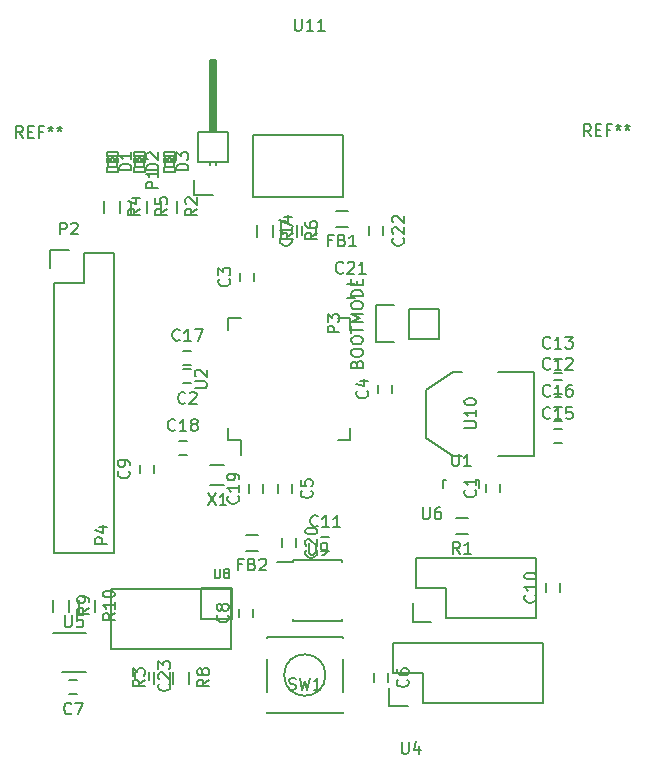
<source format=gbr>
G04 #@! TF.FileFunction,Legend,Top*
%FSLAX46Y46*%
G04 Gerber Fmt 4.6, Leading zero omitted, Abs format (unit mm)*
G04 Created by KiCad (PCBNEW (2015-05-09 BZR 5648)-product) date tir 21 jul 2015 13:28:29 CEST*
%MOMM*%
G01*
G04 APERTURE LIST*
%ADD10C,0.100000*%
%ADD11C,0.150000*%
%ADD12C,0.160000*%
G04 APERTURE END LIST*
D10*
D11*
X140927000Y-99660000D02*
X140927000Y-99805000D01*
X145077000Y-99660000D02*
X145077000Y-99805000D01*
X145077000Y-104810000D02*
X145077000Y-104665000D01*
X140927000Y-104810000D02*
X140927000Y-104665000D01*
X140927000Y-99660000D02*
X145077000Y-99660000D01*
X140927000Y-104810000D02*
X145077000Y-104810000D01*
X140927000Y-99805000D02*
X139527000Y-99805000D01*
X120650000Y-76200000D02*
X120650000Y-99060000D01*
X120650000Y-99060000D02*
X125730000Y-99060000D01*
X125730000Y-99060000D02*
X125730000Y-73660000D01*
X125730000Y-73660000D02*
X123190000Y-73660000D01*
X121920000Y-73380000D02*
X120370000Y-73380000D01*
X123190000Y-73660000D02*
X123190000Y-76200000D01*
X123190000Y-76200000D02*
X120650000Y-76200000D01*
X120370000Y-73380000D02*
X120370000Y-74930000D01*
X126052580Y-65463420D02*
X125153420Y-65463420D01*
X125153420Y-65463420D02*
X125153420Y-65064640D01*
X126052580Y-65064640D02*
X125153420Y-65064640D01*
X126052580Y-65463420D02*
X126052580Y-65064640D01*
X126052580Y-66761360D02*
X125153420Y-66761360D01*
X125153420Y-66761360D02*
X125153420Y-66362580D01*
X126052580Y-66362580D02*
X125153420Y-66362580D01*
X126052580Y-66761360D02*
X126052580Y-66362580D01*
X126052580Y-65913000D02*
X125902720Y-65913000D01*
X125902720Y-65913000D02*
X125902720Y-65613280D01*
X126052580Y-65613280D02*
X125902720Y-65613280D01*
X126052580Y-65913000D02*
X126052580Y-65613280D01*
X125303280Y-65913000D02*
X125153420Y-65913000D01*
X125153420Y-65913000D02*
X125153420Y-65613280D01*
X125303280Y-65613280D02*
X125153420Y-65613280D01*
X125303280Y-65913000D02*
X125303280Y-65613280D01*
X125752860Y-65913000D02*
X125453140Y-65913000D01*
X125453140Y-65913000D02*
X125453140Y-65613280D01*
X125752860Y-65613280D02*
X125453140Y-65613280D01*
X125752860Y-65913000D02*
X125752860Y-65613280D01*
X126001780Y-65463420D02*
X126001780Y-66362580D01*
X125204220Y-65463420D02*
X125204220Y-66362580D01*
X149352000Y-106680000D02*
X162052000Y-106680000D01*
X162052000Y-106680000D02*
X162052000Y-111760000D01*
X162052000Y-111760000D02*
X151892000Y-111760000D01*
X149352000Y-106680000D02*
X149352000Y-109220000D01*
X150622000Y-112040000D02*
X149072000Y-112040000D01*
X149352000Y-109220000D02*
X151892000Y-109220000D01*
X151892000Y-109220000D02*
X151892000Y-111760000D01*
X149072000Y-112040000D02*
X149072000Y-110490000D01*
X153860500Y-104584500D02*
X161480500Y-104584500D01*
X161480500Y-104584500D02*
X161480500Y-99504500D01*
X161480500Y-99504500D02*
X151320500Y-99504500D01*
X151320500Y-99504500D02*
X151320500Y-102044500D01*
X152590500Y-104864500D02*
X151040500Y-104864500D01*
X151320500Y-102044500D02*
X153860500Y-102044500D01*
X153860500Y-102044500D02*
X153860500Y-104584500D01*
X151040500Y-104864500D02*
X151040500Y-103314500D01*
X133096000Y-101981000D02*
X135763000Y-101981000D01*
X135763000Y-101981000D02*
X135763000Y-104648000D01*
X128016000Y-102108000D02*
X125476000Y-102108000D01*
X125476000Y-102108000D02*
X125476000Y-104648000D01*
X133096000Y-102108000D02*
X133096000Y-104648000D01*
X133096000Y-104648000D02*
X135636000Y-104648000D01*
X128016000Y-102108000D02*
X135636000Y-102108000D01*
X135636000Y-102108000D02*
X135636000Y-107188000D01*
X135636000Y-107188000D02*
X125476000Y-107188000D01*
X125476000Y-107188000D02*
X125476000Y-104648000D01*
X157261000Y-93888000D02*
X157261000Y-93188000D01*
X158461000Y-93188000D02*
X158461000Y-93888000D01*
X132303000Y-84674000D02*
X131603000Y-84674000D01*
X131603000Y-83474000D02*
X132303000Y-83474000D01*
X136433000Y-76042000D02*
X136433000Y-75342000D01*
X137633000Y-75342000D02*
X137633000Y-76042000D01*
X148117000Y-85506000D02*
X148117000Y-84806000D01*
X149317000Y-84806000D02*
X149317000Y-85506000D01*
X140808000Y-93249000D02*
X140808000Y-93949000D01*
X139608000Y-93949000D02*
X139608000Y-93249000D01*
X148936000Y-109251000D02*
X148936000Y-109951000D01*
X147736000Y-109951000D02*
X147736000Y-109251000D01*
X136306000Y-104490000D02*
X136306000Y-103790000D01*
X137506000Y-103790000D02*
X137506000Y-104490000D01*
X127924000Y-92298000D02*
X127924000Y-91598000D01*
X129124000Y-91598000D02*
X129124000Y-92298000D01*
X162341000Y-102331000D02*
X162341000Y-101631000D01*
X163541000Y-101631000D02*
X163541000Y-102331000D01*
X143287000Y-97698000D02*
X143987000Y-97698000D01*
X143987000Y-98898000D02*
X143287000Y-98898000D01*
X162972000Y-84363000D02*
X163672000Y-84363000D01*
X163672000Y-85563000D02*
X162972000Y-85563000D01*
X162972000Y-82585000D02*
X163672000Y-82585000D01*
X163672000Y-83785000D02*
X162972000Y-83785000D01*
X141640000Y-72105000D02*
X141640000Y-71405000D01*
X142840000Y-71405000D02*
X142840000Y-72105000D01*
X162972000Y-86649000D02*
X163672000Y-86649000D01*
X163672000Y-87849000D02*
X162972000Y-87849000D01*
X128338580Y-65463420D02*
X127439420Y-65463420D01*
X127439420Y-65463420D02*
X127439420Y-65064640D01*
X128338580Y-65064640D02*
X127439420Y-65064640D01*
X128338580Y-65463420D02*
X128338580Y-65064640D01*
X128338580Y-66761360D02*
X127439420Y-66761360D01*
X127439420Y-66761360D02*
X127439420Y-66362580D01*
X128338580Y-66362580D02*
X127439420Y-66362580D01*
X128338580Y-66761360D02*
X128338580Y-66362580D01*
X128338580Y-65913000D02*
X128188720Y-65913000D01*
X128188720Y-65913000D02*
X128188720Y-65613280D01*
X128338580Y-65613280D02*
X128188720Y-65613280D01*
X128338580Y-65913000D02*
X128338580Y-65613280D01*
X127589280Y-65913000D02*
X127439420Y-65913000D01*
X127439420Y-65913000D02*
X127439420Y-65613280D01*
X127589280Y-65613280D02*
X127439420Y-65613280D01*
X127589280Y-65913000D02*
X127589280Y-65613280D01*
X128038860Y-65913000D02*
X127739140Y-65913000D01*
X127739140Y-65913000D02*
X127739140Y-65613280D01*
X128038860Y-65613280D02*
X127739140Y-65613280D01*
X128038860Y-65913000D02*
X128038860Y-65613280D01*
X128287780Y-65463420D02*
X128287780Y-66362580D01*
X127490220Y-65463420D02*
X127490220Y-66362580D01*
X144534000Y-70064000D02*
X145534000Y-70064000D01*
X145534000Y-71414000D02*
X144534000Y-71414000D01*
X132562000Y-68737000D02*
X134112000Y-68737000D01*
X132562000Y-67437000D02*
X132562000Y-68737000D01*
X133985000Y-63246000D02*
X133985000Y-57404000D01*
X133985000Y-57404000D02*
X134239000Y-57404000D01*
X134239000Y-57404000D02*
X134239000Y-63246000D01*
X134239000Y-63246000D02*
X134112000Y-63246000D01*
X134112000Y-63246000D02*
X134112000Y-57404000D01*
X134366000Y-65913000D02*
X134366000Y-66167000D01*
X133858000Y-65913000D02*
X133858000Y-66167000D01*
X132842000Y-65913000D02*
X132842000Y-63373000D01*
X132842000Y-65913000D02*
X135382000Y-65913000D01*
X135382000Y-65913000D02*
X135382000Y-63373000D01*
X133858000Y-63373000D02*
X133858000Y-57277000D01*
X133858000Y-57277000D02*
X134366000Y-57277000D01*
X134366000Y-57277000D02*
X134366000Y-63373000D01*
X135382000Y-63373000D02*
X132842000Y-63373000D01*
X154694000Y-96099000D02*
X155694000Y-96099000D01*
X155694000Y-97449000D02*
X154694000Y-97449000D01*
X124928000Y-70223000D02*
X124928000Y-69223000D01*
X126278000Y-69223000D02*
X126278000Y-70223000D01*
X127214000Y-70223000D02*
X127214000Y-69223000D01*
X128564000Y-69223000D02*
X128564000Y-70223000D01*
X139914000Y-72255000D02*
X139914000Y-71255000D01*
X141264000Y-71255000D02*
X141264000Y-72255000D01*
X137882000Y-72255000D02*
X137882000Y-71255000D01*
X139232000Y-71255000D02*
X139232000Y-72255000D01*
X156427160Y-92837000D02*
X156378900Y-92837000D01*
X153628180Y-93538040D02*
X153628180Y-92837000D01*
X153628180Y-92837000D02*
X153877100Y-92837000D01*
X156427160Y-92837000D02*
X156627820Y-92837000D01*
X156627820Y-92837000D02*
X156627820Y-93538040D01*
X158242000Y-90805000D02*
X161290000Y-90805000D01*
X161290000Y-90805000D02*
X161290000Y-83693000D01*
X161290000Y-83693000D02*
X158242000Y-83693000D01*
X155194000Y-90805000D02*
X154432000Y-90805000D01*
X154432000Y-90805000D02*
X152146000Y-89281000D01*
X152146000Y-89281000D02*
X152146000Y-85217000D01*
X152146000Y-85217000D02*
X154432000Y-83693000D01*
X154432000Y-83693000D02*
X155194000Y-83693000D01*
X145151000Y-63627000D02*
X145151000Y-68877000D01*
X145151000Y-68877000D02*
X137551000Y-68877000D01*
X137551000Y-68877000D02*
X137551000Y-63627000D01*
X145151000Y-63627000D02*
X137551000Y-63627000D01*
X133893000Y-91581000D02*
X135093000Y-91581000D01*
X135093000Y-93331000D02*
X133893000Y-93331000D01*
X150749000Y-78359000D02*
X153289000Y-78359000D01*
X147929000Y-78079000D02*
X149479000Y-78079000D01*
X150749000Y-78359000D02*
X150749000Y-80899000D01*
X149479000Y-81179000D02*
X147929000Y-81179000D01*
X147929000Y-81179000D02*
X147929000Y-78079000D01*
X150749000Y-80899000D02*
X153289000Y-80899000D01*
X153289000Y-80899000D02*
X153289000Y-78359000D01*
X131603000Y-81950000D02*
X132303000Y-81950000D01*
X132303000Y-83150000D02*
X131603000Y-83150000D01*
X136914000Y-97496000D02*
X137914000Y-97496000D01*
X137914000Y-98846000D02*
X136914000Y-98846000D01*
X162972000Y-88554000D02*
X163672000Y-88554000D01*
X163672000Y-89754000D02*
X162972000Y-89754000D01*
X131222000Y-89570000D02*
X131922000Y-89570000D01*
X131922000Y-90770000D02*
X131222000Y-90770000D01*
X137195000Y-93949000D02*
X137195000Y-93249000D01*
X138395000Y-93249000D02*
X138395000Y-93949000D01*
X141189000Y-97821000D02*
X141189000Y-98521000D01*
X139989000Y-98521000D02*
X139989000Y-97821000D01*
X135414000Y-89503000D02*
X136464000Y-89503000D01*
X135414000Y-79153000D02*
X136464000Y-79153000D01*
X145764000Y-79153000D02*
X144714000Y-79153000D01*
X145764000Y-89503000D02*
X144714000Y-89503000D01*
X135414000Y-89503000D02*
X135414000Y-88453000D01*
X145764000Y-89503000D02*
X145764000Y-88453000D01*
X145764000Y-79153000D02*
X145764000Y-80203000D01*
X135414000Y-79153000D02*
X135414000Y-80203000D01*
X136464000Y-89503000D02*
X136464000Y-90778000D01*
X130878580Y-65463420D02*
X129979420Y-65463420D01*
X129979420Y-65463420D02*
X129979420Y-65064640D01*
X130878580Y-65064640D02*
X129979420Y-65064640D01*
X130878580Y-65463420D02*
X130878580Y-65064640D01*
X130878580Y-66761360D02*
X129979420Y-66761360D01*
X129979420Y-66761360D02*
X129979420Y-66362580D01*
X130878580Y-66362580D02*
X129979420Y-66362580D01*
X130878580Y-66761360D02*
X130878580Y-66362580D01*
X130878580Y-65913000D02*
X130728720Y-65913000D01*
X130728720Y-65913000D02*
X130728720Y-65613280D01*
X130878580Y-65613280D02*
X130728720Y-65613280D01*
X130878580Y-65913000D02*
X130878580Y-65613280D01*
X130129280Y-65913000D02*
X129979420Y-65913000D01*
X129979420Y-65913000D02*
X129979420Y-65613280D01*
X130129280Y-65613280D02*
X129979420Y-65613280D01*
X130129280Y-65913000D02*
X130129280Y-65613280D01*
X130578860Y-65913000D02*
X130279140Y-65913000D01*
X130279140Y-65913000D02*
X130279140Y-65613280D01*
X130578860Y-65613280D02*
X130279140Y-65613280D01*
X130578860Y-65913000D02*
X130578860Y-65613280D01*
X130827780Y-65463420D02*
X130827780Y-66362580D01*
X130030220Y-65463420D02*
X130030220Y-66362580D01*
X129754000Y-70223000D02*
X129754000Y-69223000D01*
X131104000Y-69223000D02*
X131104000Y-70223000D01*
X145446000Y-76235000D02*
X146146000Y-76235000D01*
X146146000Y-77435000D02*
X145446000Y-77435000D01*
X148555000Y-71405000D02*
X148555000Y-72105000D01*
X147355000Y-72105000D02*
X147355000Y-71405000D01*
X128743000Y-109124000D02*
X128743000Y-109824000D01*
X127543000Y-109824000D02*
X127543000Y-109124000D01*
X130469000Y-109101000D02*
X130469000Y-110101000D01*
X129119000Y-110101000D02*
X129119000Y-109101000D01*
X130770000Y-110101000D02*
X130770000Y-109101000D01*
X132120000Y-109101000D02*
X132120000Y-110101000D01*
X143647714Y-109383000D02*
G75*
G03X143647714Y-109383000I-1750714J0D01*
G01*
X138672000Y-112608000D02*
X138672000Y-112483000D01*
X138672000Y-106158000D02*
X138672000Y-106283000D01*
X145122000Y-106158000D02*
X145122000Y-106283000D01*
X145122000Y-112483000D02*
X145122000Y-112608000D01*
X138672000Y-110783000D02*
X138672000Y-107983000D01*
X145122000Y-112608000D02*
X138672000Y-112608000D01*
X145122000Y-110783000D02*
X145122000Y-107983000D01*
X145122000Y-106158000D02*
X138672000Y-106158000D01*
X122651000Y-110963000D02*
X121951000Y-110963000D01*
X121951000Y-109763000D02*
X122651000Y-109763000D01*
X121320000Y-109107000D02*
X123370000Y-109107000D01*
X120615000Y-105807000D02*
X123370000Y-105807000D01*
X120610000Y-104005000D02*
X120610000Y-103005000D01*
X121960000Y-103005000D02*
X121960000Y-104005000D01*
X122769000Y-104005000D02*
X122769000Y-103005000D01*
X124119000Y-103005000D02*
X124119000Y-104005000D01*
X142240095Y-98187381D02*
X142240095Y-98996905D01*
X142287714Y-99092143D01*
X142335333Y-99139762D01*
X142430571Y-99187381D01*
X142621048Y-99187381D01*
X142716286Y-99139762D01*
X142763905Y-99092143D01*
X142811524Y-98996905D01*
X142811524Y-98187381D01*
X143335333Y-99187381D02*
X143525809Y-99187381D01*
X143621048Y-99139762D01*
X143668667Y-99092143D01*
X143763905Y-98949286D01*
X143811524Y-98758810D01*
X143811524Y-98377857D01*
X143763905Y-98282619D01*
X143716286Y-98235000D01*
X143621048Y-98187381D01*
X143430571Y-98187381D01*
X143335333Y-98235000D01*
X143287714Y-98282619D01*
X143240095Y-98377857D01*
X143240095Y-98615952D01*
X143287714Y-98711190D01*
X143335333Y-98758810D01*
X143430571Y-98806429D01*
X143621048Y-98806429D01*
X143716286Y-98758810D01*
X143763905Y-98711190D01*
X143811524Y-98615952D01*
X121181905Y-72080381D02*
X121181905Y-71080381D01*
X121562858Y-71080381D01*
X121658096Y-71128000D01*
X121705715Y-71175619D01*
X121753334Y-71270857D01*
X121753334Y-71413714D01*
X121705715Y-71508952D01*
X121658096Y-71556571D01*
X121562858Y-71604190D01*
X121181905Y-71604190D01*
X122134286Y-71175619D02*
X122181905Y-71128000D01*
X122277143Y-71080381D01*
X122515239Y-71080381D01*
X122610477Y-71128000D01*
X122658096Y-71175619D01*
X122705715Y-71270857D01*
X122705715Y-71366095D01*
X122658096Y-71508952D01*
X122086667Y-72080381D01*
X122705715Y-72080381D01*
X118046667Y-63896501D02*
X117713333Y-63420310D01*
X117475238Y-63896501D02*
X117475238Y-62896501D01*
X117856191Y-62896501D01*
X117951429Y-62944120D01*
X117999048Y-62991739D01*
X118046667Y-63086977D01*
X118046667Y-63229834D01*
X117999048Y-63325072D01*
X117951429Y-63372691D01*
X117856191Y-63420310D01*
X117475238Y-63420310D01*
X118475238Y-63372691D02*
X118808572Y-63372691D01*
X118951429Y-63896501D02*
X118475238Y-63896501D01*
X118475238Y-62896501D01*
X118951429Y-62896501D01*
X119713334Y-63372691D02*
X119380000Y-63372691D01*
X119380000Y-63896501D02*
X119380000Y-62896501D01*
X119856191Y-62896501D01*
X120380000Y-62896501D02*
X120380000Y-63134596D01*
X120141905Y-63039358D02*
X120380000Y-63134596D01*
X120618096Y-63039358D01*
X120237143Y-63325072D02*
X120380000Y-63134596D01*
X120522858Y-63325072D01*
X121141905Y-62896501D02*
X121141905Y-63134596D01*
X120903810Y-63039358D02*
X121141905Y-63134596D01*
X121380001Y-63039358D01*
X120999048Y-63325072D02*
X121141905Y-63134596D01*
X121284763Y-63325072D01*
X166116167Y-63769501D02*
X165782833Y-63293310D01*
X165544738Y-63769501D02*
X165544738Y-62769501D01*
X165925691Y-62769501D01*
X166020929Y-62817120D01*
X166068548Y-62864739D01*
X166116167Y-62959977D01*
X166116167Y-63102834D01*
X166068548Y-63198072D01*
X166020929Y-63245691D01*
X165925691Y-63293310D01*
X165544738Y-63293310D01*
X166544738Y-63245691D02*
X166878072Y-63245691D01*
X167020929Y-63769501D02*
X166544738Y-63769501D01*
X166544738Y-62769501D01*
X167020929Y-62769501D01*
X167782834Y-63245691D02*
X167449500Y-63245691D01*
X167449500Y-63769501D02*
X167449500Y-62769501D01*
X167925691Y-62769501D01*
X168449500Y-62769501D02*
X168449500Y-63007596D01*
X168211405Y-62912358D02*
X168449500Y-63007596D01*
X168687596Y-62912358D01*
X168306643Y-63198072D02*
X168449500Y-63007596D01*
X168592358Y-63198072D01*
X169211405Y-62769501D02*
X169211405Y-63007596D01*
X168973310Y-62912358D02*
X169211405Y-63007596D01*
X169449501Y-62912358D01*
X169068548Y-63198072D02*
X169211405Y-63007596D01*
X169354263Y-63198072D01*
X127205381Y-66651095D02*
X126205381Y-66651095D01*
X126205381Y-66413000D01*
X126253000Y-66270142D01*
X126348238Y-66174904D01*
X126443476Y-66127285D01*
X126633952Y-66079666D01*
X126776810Y-66079666D01*
X126967286Y-66127285D01*
X127062524Y-66174904D01*
X127157762Y-66270142D01*
X127205381Y-66413000D01*
X127205381Y-66651095D01*
X127205381Y-65127285D02*
X127205381Y-65698714D01*
X127205381Y-65413000D02*
X126205381Y-65413000D01*
X126348238Y-65508238D01*
X126443476Y-65603476D01*
X126491095Y-65698714D01*
X150114095Y-115042381D02*
X150114095Y-115851905D01*
X150161714Y-115947143D01*
X150209333Y-115994762D01*
X150304571Y-116042381D01*
X150495048Y-116042381D01*
X150590286Y-115994762D01*
X150637905Y-115947143D01*
X150685524Y-115851905D01*
X150685524Y-115042381D01*
X151590286Y-115375714D02*
X151590286Y-116042381D01*
X151352190Y-114994762D02*
X151114095Y-115709048D01*
X151733143Y-115709048D01*
X151892095Y-95190381D02*
X151892095Y-95999905D01*
X151939714Y-96095143D01*
X151987333Y-96142762D01*
X152082571Y-96190381D01*
X152273048Y-96190381D01*
X152368286Y-96142762D01*
X152415905Y-96095143D01*
X152463524Y-95999905D01*
X152463524Y-95190381D01*
X153368286Y-95190381D02*
X153177809Y-95190381D01*
X153082571Y-95238000D01*
X153034952Y-95285619D01*
X152939714Y-95428476D01*
X152892095Y-95618952D01*
X152892095Y-95999905D01*
X152939714Y-96095143D01*
X152987333Y-96142762D01*
X153082571Y-96190381D01*
X153273048Y-96190381D01*
X153368286Y-96142762D01*
X153415905Y-96095143D01*
X153463524Y-95999905D01*
X153463524Y-95761810D01*
X153415905Y-95666571D01*
X153368286Y-95618952D01*
X153273048Y-95571333D01*
X153082571Y-95571333D01*
X152987333Y-95618952D01*
X152939714Y-95666571D01*
X152892095Y-95761810D01*
D12*
X134264476Y-100399905D02*
X134264476Y-101047524D01*
X134302571Y-101123714D01*
X134340667Y-101161810D01*
X134416857Y-101199905D01*
X134569238Y-101199905D01*
X134645429Y-101161810D01*
X134683524Y-101123714D01*
X134721619Y-101047524D01*
X134721619Y-100399905D01*
X135216857Y-100742762D02*
X135140666Y-100704667D01*
X135102571Y-100666571D01*
X135064476Y-100590381D01*
X135064476Y-100552286D01*
X135102571Y-100476095D01*
X135140666Y-100438000D01*
X135216857Y-100399905D01*
X135369238Y-100399905D01*
X135445428Y-100438000D01*
X135483524Y-100476095D01*
X135521619Y-100552286D01*
X135521619Y-100590381D01*
X135483524Y-100666571D01*
X135445428Y-100704667D01*
X135369238Y-100742762D01*
X135216857Y-100742762D01*
X135140666Y-100780857D01*
X135102571Y-100818952D01*
X135064476Y-100895143D01*
X135064476Y-101047524D01*
X135102571Y-101123714D01*
X135140666Y-101161810D01*
X135216857Y-101199905D01*
X135369238Y-101199905D01*
X135445428Y-101161810D01*
X135483524Y-101123714D01*
X135521619Y-101047524D01*
X135521619Y-100895143D01*
X135483524Y-100818952D01*
X135445428Y-100780857D01*
X135369238Y-100742762D01*
D11*
X156318143Y-93704666D02*
X156365762Y-93752285D01*
X156413381Y-93895142D01*
X156413381Y-93990380D01*
X156365762Y-94133238D01*
X156270524Y-94228476D01*
X156175286Y-94276095D01*
X155984810Y-94323714D01*
X155841952Y-94323714D01*
X155651476Y-94276095D01*
X155556238Y-94228476D01*
X155461000Y-94133238D01*
X155413381Y-93990380D01*
X155413381Y-93895142D01*
X155461000Y-93752285D01*
X155508619Y-93704666D01*
X156413381Y-92752285D02*
X156413381Y-93323714D01*
X156413381Y-93038000D02*
X155413381Y-93038000D01*
X155556238Y-93133238D01*
X155651476Y-93228476D01*
X155699095Y-93323714D01*
X131786334Y-86331143D02*
X131738715Y-86378762D01*
X131595858Y-86426381D01*
X131500620Y-86426381D01*
X131357762Y-86378762D01*
X131262524Y-86283524D01*
X131214905Y-86188286D01*
X131167286Y-85997810D01*
X131167286Y-85854952D01*
X131214905Y-85664476D01*
X131262524Y-85569238D01*
X131357762Y-85474000D01*
X131500620Y-85426381D01*
X131595858Y-85426381D01*
X131738715Y-85474000D01*
X131786334Y-85521619D01*
X132167286Y-85521619D02*
X132214905Y-85474000D01*
X132310143Y-85426381D01*
X132548239Y-85426381D01*
X132643477Y-85474000D01*
X132691096Y-85521619D01*
X132738715Y-85616857D01*
X132738715Y-85712095D01*
X132691096Y-85854952D01*
X132119667Y-86426381D01*
X132738715Y-86426381D01*
X135490143Y-75858666D02*
X135537762Y-75906285D01*
X135585381Y-76049142D01*
X135585381Y-76144380D01*
X135537762Y-76287238D01*
X135442524Y-76382476D01*
X135347286Y-76430095D01*
X135156810Y-76477714D01*
X135013952Y-76477714D01*
X134823476Y-76430095D01*
X134728238Y-76382476D01*
X134633000Y-76287238D01*
X134585381Y-76144380D01*
X134585381Y-76049142D01*
X134633000Y-75906285D01*
X134680619Y-75858666D01*
X134585381Y-75525333D02*
X134585381Y-74906285D01*
X134966333Y-75239619D01*
X134966333Y-75096761D01*
X135013952Y-75001523D01*
X135061571Y-74953904D01*
X135156810Y-74906285D01*
X135394905Y-74906285D01*
X135490143Y-74953904D01*
X135537762Y-75001523D01*
X135585381Y-75096761D01*
X135585381Y-75382476D01*
X135537762Y-75477714D01*
X135490143Y-75525333D01*
X147174143Y-85322666D02*
X147221762Y-85370285D01*
X147269381Y-85513142D01*
X147269381Y-85608380D01*
X147221762Y-85751238D01*
X147126524Y-85846476D01*
X147031286Y-85894095D01*
X146840810Y-85941714D01*
X146697952Y-85941714D01*
X146507476Y-85894095D01*
X146412238Y-85846476D01*
X146317000Y-85751238D01*
X146269381Y-85608380D01*
X146269381Y-85513142D01*
X146317000Y-85370285D01*
X146364619Y-85322666D01*
X146602714Y-84465523D02*
X147269381Y-84465523D01*
X146221762Y-84703619D02*
X146936048Y-84941714D01*
X146936048Y-84322666D01*
X142465143Y-93765666D02*
X142512762Y-93813285D01*
X142560381Y-93956142D01*
X142560381Y-94051380D01*
X142512762Y-94194238D01*
X142417524Y-94289476D01*
X142322286Y-94337095D01*
X142131810Y-94384714D01*
X141988952Y-94384714D01*
X141798476Y-94337095D01*
X141703238Y-94289476D01*
X141608000Y-94194238D01*
X141560381Y-94051380D01*
X141560381Y-93956142D01*
X141608000Y-93813285D01*
X141655619Y-93765666D01*
X141560381Y-92860904D02*
X141560381Y-93337095D01*
X142036571Y-93384714D01*
X141988952Y-93337095D01*
X141941333Y-93241857D01*
X141941333Y-93003761D01*
X141988952Y-92908523D01*
X142036571Y-92860904D01*
X142131810Y-92813285D01*
X142369905Y-92813285D01*
X142465143Y-92860904D01*
X142512762Y-92908523D01*
X142560381Y-93003761D01*
X142560381Y-93241857D01*
X142512762Y-93337095D01*
X142465143Y-93384714D01*
X150593143Y-109767666D02*
X150640762Y-109815285D01*
X150688381Y-109958142D01*
X150688381Y-110053380D01*
X150640762Y-110196238D01*
X150545524Y-110291476D01*
X150450286Y-110339095D01*
X150259810Y-110386714D01*
X150116952Y-110386714D01*
X149926476Y-110339095D01*
X149831238Y-110291476D01*
X149736000Y-110196238D01*
X149688381Y-110053380D01*
X149688381Y-109958142D01*
X149736000Y-109815285D01*
X149783619Y-109767666D01*
X149688381Y-108910523D02*
X149688381Y-109101000D01*
X149736000Y-109196238D01*
X149783619Y-109243857D01*
X149926476Y-109339095D01*
X150116952Y-109386714D01*
X150497905Y-109386714D01*
X150593143Y-109339095D01*
X150640762Y-109291476D01*
X150688381Y-109196238D01*
X150688381Y-109005761D01*
X150640762Y-108910523D01*
X150593143Y-108862904D01*
X150497905Y-108815285D01*
X150259810Y-108815285D01*
X150164571Y-108862904D01*
X150116952Y-108910523D01*
X150069333Y-109005761D01*
X150069333Y-109196238D01*
X150116952Y-109291476D01*
X150164571Y-109339095D01*
X150259810Y-109386714D01*
X135363143Y-104306666D02*
X135410762Y-104354285D01*
X135458381Y-104497142D01*
X135458381Y-104592380D01*
X135410762Y-104735238D01*
X135315524Y-104830476D01*
X135220286Y-104878095D01*
X135029810Y-104925714D01*
X134886952Y-104925714D01*
X134696476Y-104878095D01*
X134601238Y-104830476D01*
X134506000Y-104735238D01*
X134458381Y-104592380D01*
X134458381Y-104497142D01*
X134506000Y-104354285D01*
X134553619Y-104306666D01*
X134886952Y-103735238D02*
X134839333Y-103830476D01*
X134791714Y-103878095D01*
X134696476Y-103925714D01*
X134648857Y-103925714D01*
X134553619Y-103878095D01*
X134506000Y-103830476D01*
X134458381Y-103735238D01*
X134458381Y-103544761D01*
X134506000Y-103449523D01*
X134553619Y-103401904D01*
X134648857Y-103354285D01*
X134696476Y-103354285D01*
X134791714Y-103401904D01*
X134839333Y-103449523D01*
X134886952Y-103544761D01*
X134886952Y-103735238D01*
X134934571Y-103830476D01*
X134982190Y-103878095D01*
X135077429Y-103925714D01*
X135267905Y-103925714D01*
X135363143Y-103878095D01*
X135410762Y-103830476D01*
X135458381Y-103735238D01*
X135458381Y-103544761D01*
X135410762Y-103449523D01*
X135363143Y-103401904D01*
X135267905Y-103354285D01*
X135077429Y-103354285D01*
X134982190Y-103401904D01*
X134934571Y-103449523D01*
X134886952Y-103544761D01*
X126981143Y-92114666D02*
X127028762Y-92162285D01*
X127076381Y-92305142D01*
X127076381Y-92400380D01*
X127028762Y-92543238D01*
X126933524Y-92638476D01*
X126838286Y-92686095D01*
X126647810Y-92733714D01*
X126504952Y-92733714D01*
X126314476Y-92686095D01*
X126219238Y-92638476D01*
X126124000Y-92543238D01*
X126076381Y-92400380D01*
X126076381Y-92305142D01*
X126124000Y-92162285D01*
X126171619Y-92114666D01*
X127076381Y-91638476D02*
X127076381Y-91448000D01*
X127028762Y-91352761D01*
X126981143Y-91305142D01*
X126838286Y-91209904D01*
X126647810Y-91162285D01*
X126266857Y-91162285D01*
X126171619Y-91209904D01*
X126124000Y-91257523D01*
X126076381Y-91352761D01*
X126076381Y-91543238D01*
X126124000Y-91638476D01*
X126171619Y-91686095D01*
X126266857Y-91733714D01*
X126504952Y-91733714D01*
X126600190Y-91686095D01*
X126647810Y-91638476D01*
X126695429Y-91543238D01*
X126695429Y-91352761D01*
X126647810Y-91257523D01*
X126600190Y-91209904D01*
X126504952Y-91162285D01*
X161398143Y-102623857D02*
X161445762Y-102671476D01*
X161493381Y-102814333D01*
X161493381Y-102909571D01*
X161445762Y-103052429D01*
X161350524Y-103147667D01*
X161255286Y-103195286D01*
X161064810Y-103242905D01*
X160921952Y-103242905D01*
X160731476Y-103195286D01*
X160636238Y-103147667D01*
X160541000Y-103052429D01*
X160493381Y-102909571D01*
X160493381Y-102814333D01*
X160541000Y-102671476D01*
X160588619Y-102623857D01*
X161493381Y-101671476D02*
X161493381Y-102242905D01*
X161493381Y-101957191D02*
X160493381Y-101957191D01*
X160636238Y-102052429D01*
X160731476Y-102147667D01*
X160779095Y-102242905D01*
X160493381Y-101052429D02*
X160493381Y-100957190D01*
X160541000Y-100861952D01*
X160588619Y-100814333D01*
X160683857Y-100766714D01*
X160874333Y-100719095D01*
X161112429Y-100719095D01*
X161302905Y-100766714D01*
X161398143Y-100814333D01*
X161445762Y-100861952D01*
X161493381Y-100957190D01*
X161493381Y-101052429D01*
X161445762Y-101147667D01*
X161398143Y-101195286D01*
X161302905Y-101242905D01*
X161112429Y-101290524D01*
X160874333Y-101290524D01*
X160683857Y-101242905D01*
X160588619Y-101195286D01*
X160541000Y-101147667D01*
X160493381Y-101052429D01*
X142994143Y-96755143D02*
X142946524Y-96802762D01*
X142803667Y-96850381D01*
X142708429Y-96850381D01*
X142565571Y-96802762D01*
X142470333Y-96707524D01*
X142422714Y-96612286D01*
X142375095Y-96421810D01*
X142375095Y-96278952D01*
X142422714Y-96088476D01*
X142470333Y-95993238D01*
X142565571Y-95898000D01*
X142708429Y-95850381D01*
X142803667Y-95850381D01*
X142946524Y-95898000D01*
X142994143Y-95945619D01*
X143946524Y-96850381D02*
X143375095Y-96850381D01*
X143660809Y-96850381D02*
X143660809Y-95850381D01*
X143565571Y-95993238D01*
X143470333Y-96088476D01*
X143375095Y-96136095D01*
X144898905Y-96850381D02*
X144327476Y-96850381D01*
X144613190Y-96850381D02*
X144613190Y-95850381D01*
X144517952Y-95993238D01*
X144422714Y-96088476D01*
X144327476Y-96136095D01*
X162679143Y-83420143D02*
X162631524Y-83467762D01*
X162488667Y-83515381D01*
X162393429Y-83515381D01*
X162250571Y-83467762D01*
X162155333Y-83372524D01*
X162107714Y-83277286D01*
X162060095Y-83086810D01*
X162060095Y-82943952D01*
X162107714Y-82753476D01*
X162155333Y-82658238D01*
X162250571Y-82563000D01*
X162393429Y-82515381D01*
X162488667Y-82515381D01*
X162631524Y-82563000D01*
X162679143Y-82610619D01*
X163631524Y-83515381D02*
X163060095Y-83515381D01*
X163345809Y-83515381D02*
X163345809Y-82515381D01*
X163250571Y-82658238D01*
X163155333Y-82753476D01*
X163060095Y-82801095D01*
X164012476Y-82610619D02*
X164060095Y-82563000D01*
X164155333Y-82515381D01*
X164393429Y-82515381D01*
X164488667Y-82563000D01*
X164536286Y-82610619D01*
X164583905Y-82705857D01*
X164583905Y-82801095D01*
X164536286Y-82943952D01*
X163964857Y-83515381D01*
X164583905Y-83515381D01*
X162679143Y-81642143D02*
X162631524Y-81689762D01*
X162488667Y-81737381D01*
X162393429Y-81737381D01*
X162250571Y-81689762D01*
X162155333Y-81594524D01*
X162107714Y-81499286D01*
X162060095Y-81308810D01*
X162060095Y-81165952D01*
X162107714Y-80975476D01*
X162155333Y-80880238D01*
X162250571Y-80785000D01*
X162393429Y-80737381D01*
X162488667Y-80737381D01*
X162631524Y-80785000D01*
X162679143Y-80832619D01*
X163631524Y-81737381D02*
X163060095Y-81737381D01*
X163345809Y-81737381D02*
X163345809Y-80737381D01*
X163250571Y-80880238D01*
X163155333Y-80975476D01*
X163060095Y-81023095D01*
X163964857Y-80737381D02*
X164583905Y-80737381D01*
X164250571Y-81118333D01*
X164393429Y-81118333D01*
X164488667Y-81165952D01*
X164536286Y-81213571D01*
X164583905Y-81308810D01*
X164583905Y-81546905D01*
X164536286Y-81642143D01*
X164488667Y-81689762D01*
X164393429Y-81737381D01*
X164107714Y-81737381D01*
X164012476Y-81689762D01*
X163964857Y-81642143D01*
X140697143Y-72397857D02*
X140744762Y-72445476D01*
X140792381Y-72588333D01*
X140792381Y-72683571D01*
X140744762Y-72826429D01*
X140649524Y-72921667D01*
X140554286Y-72969286D01*
X140363810Y-73016905D01*
X140220952Y-73016905D01*
X140030476Y-72969286D01*
X139935238Y-72921667D01*
X139840000Y-72826429D01*
X139792381Y-72683571D01*
X139792381Y-72588333D01*
X139840000Y-72445476D01*
X139887619Y-72397857D01*
X140792381Y-71445476D02*
X140792381Y-72016905D01*
X140792381Y-71731191D02*
X139792381Y-71731191D01*
X139935238Y-71826429D01*
X140030476Y-71921667D01*
X140078095Y-72016905D01*
X140125714Y-70588333D02*
X140792381Y-70588333D01*
X139744762Y-70826429D02*
X140459048Y-71064524D01*
X140459048Y-70445476D01*
X162679143Y-85706143D02*
X162631524Y-85753762D01*
X162488667Y-85801381D01*
X162393429Y-85801381D01*
X162250571Y-85753762D01*
X162155333Y-85658524D01*
X162107714Y-85563286D01*
X162060095Y-85372810D01*
X162060095Y-85229952D01*
X162107714Y-85039476D01*
X162155333Y-84944238D01*
X162250571Y-84849000D01*
X162393429Y-84801381D01*
X162488667Y-84801381D01*
X162631524Y-84849000D01*
X162679143Y-84896619D01*
X163631524Y-85801381D02*
X163060095Y-85801381D01*
X163345809Y-85801381D02*
X163345809Y-84801381D01*
X163250571Y-84944238D01*
X163155333Y-85039476D01*
X163060095Y-85087095D01*
X164488667Y-84801381D02*
X164298190Y-84801381D01*
X164202952Y-84849000D01*
X164155333Y-84896619D01*
X164060095Y-85039476D01*
X164012476Y-85229952D01*
X164012476Y-85610905D01*
X164060095Y-85706143D01*
X164107714Y-85753762D01*
X164202952Y-85801381D01*
X164393429Y-85801381D01*
X164488667Y-85753762D01*
X164536286Y-85706143D01*
X164583905Y-85610905D01*
X164583905Y-85372810D01*
X164536286Y-85277571D01*
X164488667Y-85229952D01*
X164393429Y-85182333D01*
X164202952Y-85182333D01*
X164107714Y-85229952D01*
X164060095Y-85277571D01*
X164012476Y-85372810D01*
X129491381Y-66651095D02*
X128491381Y-66651095D01*
X128491381Y-66413000D01*
X128539000Y-66270142D01*
X128634238Y-66174904D01*
X128729476Y-66127285D01*
X128919952Y-66079666D01*
X129062810Y-66079666D01*
X129253286Y-66127285D01*
X129348524Y-66174904D01*
X129443762Y-66270142D01*
X129491381Y-66413000D01*
X129491381Y-66651095D01*
X128586619Y-65698714D02*
X128539000Y-65651095D01*
X128491381Y-65555857D01*
X128491381Y-65317761D01*
X128539000Y-65222523D01*
X128586619Y-65174904D01*
X128681857Y-65127285D01*
X128777095Y-65127285D01*
X128919952Y-65174904D01*
X129491381Y-65746333D01*
X129491381Y-65127285D01*
X144200667Y-72567571D02*
X143867333Y-72567571D01*
X143867333Y-73091381D02*
X143867333Y-72091381D01*
X144343524Y-72091381D01*
X145057810Y-72567571D02*
X145200667Y-72615190D01*
X145248286Y-72662810D01*
X145295905Y-72758048D01*
X145295905Y-72900905D01*
X145248286Y-72996143D01*
X145200667Y-73043762D01*
X145105429Y-73091381D01*
X144724476Y-73091381D01*
X144724476Y-72091381D01*
X145057810Y-72091381D01*
X145153048Y-72139000D01*
X145200667Y-72186619D01*
X145248286Y-72281857D01*
X145248286Y-72377095D01*
X145200667Y-72472333D01*
X145153048Y-72519952D01*
X145057810Y-72567571D01*
X144724476Y-72567571D01*
X146248286Y-73091381D02*
X145676857Y-73091381D01*
X145962571Y-73091381D02*
X145962571Y-72091381D01*
X145867333Y-72234238D01*
X145772095Y-72329476D01*
X145676857Y-72377095D01*
X129464381Y-68175095D02*
X128464381Y-68175095D01*
X128464381Y-67794142D01*
X128512000Y-67698904D01*
X128559619Y-67651285D01*
X128654857Y-67603666D01*
X128797714Y-67603666D01*
X128892952Y-67651285D01*
X128940571Y-67698904D01*
X128988190Y-67794142D01*
X128988190Y-68175095D01*
X129464381Y-66651285D02*
X129464381Y-67222714D01*
X129464381Y-66937000D02*
X128464381Y-66937000D01*
X128607238Y-67032238D01*
X128702476Y-67127476D01*
X128750095Y-67222714D01*
X155027334Y-99126381D02*
X154694000Y-98650190D01*
X154455905Y-99126381D02*
X154455905Y-98126381D01*
X154836858Y-98126381D01*
X154932096Y-98174000D01*
X154979715Y-98221619D01*
X155027334Y-98316857D01*
X155027334Y-98459714D01*
X154979715Y-98554952D01*
X154932096Y-98602571D01*
X154836858Y-98650190D01*
X154455905Y-98650190D01*
X155979715Y-99126381D02*
X155408286Y-99126381D01*
X155694000Y-99126381D02*
X155694000Y-98126381D01*
X155598762Y-98269238D01*
X155503524Y-98364476D01*
X155408286Y-98412095D01*
X127955381Y-69889666D02*
X127479190Y-70223000D01*
X127955381Y-70461095D02*
X126955381Y-70461095D01*
X126955381Y-70080142D01*
X127003000Y-69984904D01*
X127050619Y-69937285D01*
X127145857Y-69889666D01*
X127288714Y-69889666D01*
X127383952Y-69937285D01*
X127431571Y-69984904D01*
X127479190Y-70080142D01*
X127479190Y-70461095D01*
X127288714Y-69032523D02*
X127955381Y-69032523D01*
X126907762Y-69270619D02*
X127622048Y-69508714D01*
X127622048Y-68889666D01*
X130241381Y-69889666D02*
X129765190Y-70223000D01*
X130241381Y-70461095D02*
X129241381Y-70461095D01*
X129241381Y-70080142D01*
X129289000Y-69984904D01*
X129336619Y-69937285D01*
X129431857Y-69889666D01*
X129574714Y-69889666D01*
X129669952Y-69937285D01*
X129717571Y-69984904D01*
X129765190Y-70080142D01*
X129765190Y-70461095D01*
X129241381Y-68984904D02*
X129241381Y-69461095D01*
X129717571Y-69508714D01*
X129669952Y-69461095D01*
X129622333Y-69365857D01*
X129622333Y-69127761D01*
X129669952Y-69032523D01*
X129717571Y-68984904D01*
X129812810Y-68937285D01*
X130050905Y-68937285D01*
X130146143Y-68984904D01*
X130193762Y-69032523D01*
X130241381Y-69127761D01*
X130241381Y-69365857D01*
X130193762Y-69461095D01*
X130146143Y-69508714D01*
X142941381Y-71921666D02*
X142465190Y-72255000D01*
X142941381Y-72493095D02*
X141941381Y-72493095D01*
X141941381Y-72112142D01*
X141989000Y-72016904D01*
X142036619Y-71969285D01*
X142131857Y-71921666D01*
X142274714Y-71921666D01*
X142369952Y-71969285D01*
X142417571Y-72016904D01*
X142465190Y-72112142D01*
X142465190Y-72493095D01*
X141941381Y-71064523D02*
X141941381Y-71255000D01*
X141989000Y-71350238D01*
X142036619Y-71397857D01*
X142179476Y-71493095D01*
X142369952Y-71540714D01*
X142750905Y-71540714D01*
X142846143Y-71493095D01*
X142893762Y-71445476D01*
X142941381Y-71350238D01*
X142941381Y-71159761D01*
X142893762Y-71064523D01*
X142846143Y-71016904D01*
X142750905Y-70969285D01*
X142512810Y-70969285D01*
X142417571Y-71016904D01*
X142369952Y-71064523D01*
X142322333Y-71159761D01*
X142322333Y-71350238D01*
X142369952Y-71445476D01*
X142417571Y-71493095D01*
X142512810Y-71540714D01*
X140909381Y-71921666D02*
X140433190Y-72255000D01*
X140909381Y-72493095D02*
X139909381Y-72493095D01*
X139909381Y-72112142D01*
X139957000Y-72016904D01*
X140004619Y-71969285D01*
X140099857Y-71921666D01*
X140242714Y-71921666D01*
X140337952Y-71969285D01*
X140385571Y-72016904D01*
X140433190Y-72112142D01*
X140433190Y-72493095D01*
X139909381Y-71588333D02*
X139909381Y-70921666D01*
X140909381Y-71350238D01*
X154366095Y-90689621D02*
X154366095Y-91499145D01*
X154413714Y-91594383D01*
X154461333Y-91642002D01*
X154556571Y-91689621D01*
X154747048Y-91689621D01*
X154842286Y-91642002D01*
X154889905Y-91594383D01*
X154937524Y-91499145D01*
X154937524Y-90689621D01*
X155937524Y-91689621D02*
X155366095Y-91689621D01*
X155651809Y-91689621D02*
X155651809Y-90689621D01*
X155556571Y-90832478D01*
X155461333Y-90927716D01*
X155366095Y-90975335D01*
X155408381Y-88487095D02*
X156217905Y-88487095D01*
X156313143Y-88439476D01*
X156360762Y-88391857D01*
X156408381Y-88296619D01*
X156408381Y-88106142D01*
X156360762Y-88010904D01*
X156313143Y-87963285D01*
X156217905Y-87915666D01*
X155408381Y-87915666D01*
X156408381Y-86915666D02*
X156408381Y-87487095D01*
X156408381Y-87201381D02*
X155408381Y-87201381D01*
X155551238Y-87296619D01*
X155646476Y-87391857D01*
X155694095Y-87487095D01*
X155408381Y-86296619D02*
X155408381Y-86201380D01*
X155456000Y-86106142D01*
X155503619Y-86058523D01*
X155598857Y-86010904D01*
X155789333Y-85963285D01*
X156027429Y-85963285D01*
X156217905Y-86010904D01*
X156313143Y-86058523D01*
X156360762Y-86106142D01*
X156408381Y-86201380D01*
X156408381Y-86296619D01*
X156360762Y-86391857D01*
X156313143Y-86439476D01*
X156217905Y-86487095D01*
X156027429Y-86534714D01*
X155789333Y-86534714D01*
X155598857Y-86487095D01*
X155503619Y-86439476D01*
X155456000Y-86391857D01*
X155408381Y-86296619D01*
X141062905Y-53829381D02*
X141062905Y-54638905D01*
X141110524Y-54734143D01*
X141158143Y-54781762D01*
X141253381Y-54829381D01*
X141443858Y-54829381D01*
X141539096Y-54781762D01*
X141586715Y-54734143D01*
X141634334Y-54638905D01*
X141634334Y-53829381D01*
X142634334Y-54829381D02*
X142062905Y-54829381D01*
X142348619Y-54829381D02*
X142348619Y-53829381D01*
X142253381Y-53972238D01*
X142158143Y-54067476D01*
X142062905Y-54115095D01*
X143586715Y-54829381D02*
X143015286Y-54829381D01*
X143301000Y-54829381D02*
X143301000Y-53829381D01*
X143205762Y-53972238D01*
X143110524Y-54067476D01*
X143015286Y-54115095D01*
X133683476Y-94008381D02*
X134350143Y-95008381D01*
X134350143Y-94008381D02*
X133683476Y-95008381D01*
X135254905Y-95008381D02*
X134683476Y-95008381D01*
X134969190Y-95008381D02*
X134969190Y-94008381D01*
X134873952Y-94151238D01*
X134778714Y-94246476D01*
X134683476Y-94294095D01*
X144831381Y-80367095D02*
X143831381Y-80367095D01*
X143831381Y-79986142D01*
X143879000Y-79890904D01*
X143926619Y-79843285D01*
X144021857Y-79795666D01*
X144164714Y-79795666D01*
X144259952Y-79843285D01*
X144307571Y-79890904D01*
X144355190Y-79986142D01*
X144355190Y-80367095D01*
X143831381Y-79462333D02*
X143831381Y-78843285D01*
X144212333Y-79176619D01*
X144212333Y-79033761D01*
X144259952Y-78938523D01*
X144307571Y-78890904D01*
X144402810Y-78843285D01*
X144640905Y-78843285D01*
X144736143Y-78890904D01*
X144783762Y-78938523D01*
X144831381Y-79033761D01*
X144831381Y-79319476D01*
X144783762Y-79414714D01*
X144736143Y-79462333D01*
X146307571Y-83033761D02*
X146355190Y-82890904D01*
X146402810Y-82843285D01*
X146498048Y-82795666D01*
X146640905Y-82795666D01*
X146736143Y-82843285D01*
X146783762Y-82890904D01*
X146831381Y-82986142D01*
X146831381Y-83367095D01*
X145831381Y-83367095D01*
X145831381Y-83033761D01*
X145879000Y-82938523D01*
X145926619Y-82890904D01*
X146021857Y-82843285D01*
X146117095Y-82843285D01*
X146212333Y-82890904D01*
X146259952Y-82938523D01*
X146307571Y-83033761D01*
X146307571Y-83367095D01*
X145831381Y-82176619D02*
X145831381Y-81986142D01*
X145879000Y-81890904D01*
X145974238Y-81795666D01*
X146164714Y-81748047D01*
X146498048Y-81748047D01*
X146688524Y-81795666D01*
X146783762Y-81890904D01*
X146831381Y-81986142D01*
X146831381Y-82176619D01*
X146783762Y-82271857D01*
X146688524Y-82367095D01*
X146498048Y-82414714D01*
X146164714Y-82414714D01*
X145974238Y-82367095D01*
X145879000Y-82271857D01*
X145831381Y-82176619D01*
X145831381Y-81129000D02*
X145831381Y-80938523D01*
X145879000Y-80843285D01*
X145974238Y-80748047D01*
X146164714Y-80700428D01*
X146498048Y-80700428D01*
X146688524Y-80748047D01*
X146783762Y-80843285D01*
X146831381Y-80938523D01*
X146831381Y-81129000D01*
X146783762Y-81224238D01*
X146688524Y-81319476D01*
X146498048Y-81367095D01*
X146164714Y-81367095D01*
X145974238Y-81319476D01*
X145879000Y-81224238D01*
X145831381Y-81129000D01*
X145831381Y-80414714D02*
X145831381Y-79843285D01*
X146831381Y-80129000D02*
X145831381Y-80129000D01*
X146831381Y-79509952D02*
X145831381Y-79509952D01*
X146545667Y-79176618D01*
X145831381Y-78843285D01*
X146831381Y-78843285D01*
X145831381Y-78176619D02*
X145831381Y-77986142D01*
X145879000Y-77890904D01*
X145974238Y-77795666D01*
X146164714Y-77748047D01*
X146498048Y-77748047D01*
X146688524Y-77795666D01*
X146783762Y-77890904D01*
X146831381Y-77986142D01*
X146831381Y-78176619D01*
X146783762Y-78271857D01*
X146688524Y-78367095D01*
X146498048Y-78414714D01*
X146164714Y-78414714D01*
X145974238Y-78367095D01*
X145879000Y-78271857D01*
X145831381Y-78176619D01*
X146831381Y-77319476D02*
X145831381Y-77319476D01*
X145831381Y-77081381D01*
X145879000Y-76938523D01*
X145974238Y-76843285D01*
X146069476Y-76795666D01*
X146259952Y-76748047D01*
X146402810Y-76748047D01*
X146593286Y-76795666D01*
X146688524Y-76843285D01*
X146783762Y-76938523D01*
X146831381Y-77081381D01*
X146831381Y-77319476D01*
X146307571Y-76319476D02*
X146307571Y-75986142D01*
X146831381Y-75843285D02*
X146831381Y-76319476D01*
X145831381Y-76319476D01*
X145831381Y-75843285D01*
X131310143Y-81007143D02*
X131262524Y-81054762D01*
X131119667Y-81102381D01*
X131024429Y-81102381D01*
X130881571Y-81054762D01*
X130786333Y-80959524D01*
X130738714Y-80864286D01*
X130691095Y-80673810D01*
X130691095Y-80530952D01*
X130738714Y-80340476D01*
X130786333Y-80245238D01*
X130881571Y-80150000D01*
X131024429Y-80102381D01*
X131119667Y-80102381D01*
X131262524Y-80150000D01*
X131310143Y-80197619D01*
X132262524Y-81102381D02*
X131691095Y-81102381D01*
X131976809Y-81102381D02*
X131976809Y-80102381D01*
X131881571Y-80245238D01*
X131786333Y-80340476D01*
X131691095Y-80388095D01*
X132595857Y-80102381D02*
X133262524Y-80102381D01*
X132833952Y-81102381D01*
X136580667Y-99999571D02*
X136247333Y-99999571D01*
X136247333Y-100523381D02*
X136247333Y-99523381D01*
X136723524Y-99523381D01*
X137437810Y-99999571D02*
X137580667Y-100047190D01*
X137628286Y-100094810D01*
X137675905Y-100190048D01*
X137675905Y-100332905D01*
X137628286Y-100428143D01*
X137580667Y-100475762D01*
X137485429Y-100523381D01*
X137104476Y-100523381D01*
X137104476Y-99523381D01*
X137437810Y-99523381D01*
X137533048Y-99571000D01*
X137580667Y-99618619D01*
X137628286Y-99713857D01*
X137628286Y-99809095D01*
X137580667Y-99904333D01*
X137533048Y-99951952D01*
X137437810Y-99999571D01*
X137104476Y-99999571D01*
X138056857Y-99618619D02*
X138104476Y-99571000D01*
X138199714Y-99523381D01*
X138437810Y-99523381D01*
X138533048Y-99571000D01*
X138580667Y-99618619D01*
X138628286Y-99713857D01*
X138628286Y-99809095D01*
X138580667Y-99951952D01*
X138009238Y-100523381D01*
X138628286Y-100523381D01*
X162679143Y-87611143D02*
X162631524Y-87658762D01*
X162488667Y-87706381D01*
X162393429Y-87706381D01*
X162250571Y-87658762D01*
X162155333Y-87563524D01*
X162107714Y-87468286D01*
X162060095Y-87277810D01*
X162060095Y-87134952D01*
X162107714Y-86944476D01*
X162155333Y-86849238D01*
X162250571Y-86754000D01*
X162393429Y-86706381D01*
X162488667Y-86706381D01*
X162631524Y-86754000D01*
X162679143Y-86801619D01*
X163631524Y-87706381D02*
X163060095Y-87706381D01*
X163345809Y-87706381D02*
X163345809Y-86706381D01*
X163250571Y-86849238D01*
X163155333Y-86944476D01*
X163060095Y-86992095D01*
X164536286Y-86706381D02*
X164060095Y-86706381D01*
X164012476Y-87182571D01*
X164060095Y-87134952D01*
X164155333Y-87087333D01*
X164393429Y-87087333D01*
X164488667Y-87134952D01*
X164536286Y-87182571D01*
X164583905Y-87277810D01*
X164583905Y-87515905D01*
X164536286Y-87611143D01*
X164488667Y-87658762D01*
X164393429Y-87706381D01*
X164155333Y-87706381D01*
X164060095Y-87658762D01*
X164012476Y-87611143D01*
X130929143Y-88627143D02*
X130881524Y-88674762D01*
X130738667Y-88722381D01*
X130643429Y-88722381D01*
X130500571Y-88674762D01*
X130405333Y-88579524D01*
X130357714Y-88484286D01*
X130310095Y-88293810D01*
X130310095Y-88150952D01*
X130357714Y-87960476D01*
X130405333Y-87865238D01*
X130500571Y-87770000D01*
X130643429Y-87722381D01*
X130738667Y-87722381D01*
X130881524Y-87770000D01*
X130929143Y-87817619D01*
X131881524Y-88722381D02*
X131310095Y-88722381D01*
X131595809Y-88722381D02*
X131595809Y-87722381D01*
X131500571Y-87865238D01*
X131405333Y-87960476D01*
X131310095Y-88008095D01*
X132452952Y-88150952D02*
X132357714Y-88103333D01*
X132310095Y-88055714D01*
X132262476Y-87960476D01*
X132262476Y-87912857D01*
X132310095Y-87817619D01*
X132357714Y-87770000D01*
X132452952Y-87722381D01*
X132643429Y-87722381D01*
X132738667Y-87770000D01*
X132786286Y-87817619D01*
X132833905Y-87912857D01*
X132833905Y-87960476D01*
X132786286Y-88055714D01*
X132738667Y-88103333D01*
X132643429Y-88150952D01*
X132452952Y-88150952D01*
X132357714Y-88198571D01*
X132310095Y-88246190D01*
X132262476Y-88341429D01*
X132262476Y-88531905D01*
X132310095Y-88627143D01*
X132357714Y-88674762D01*
X132452952Y-88722381D01*
X132643429Y-88722381D01*
X132738667Y-88674762D01*
X132786286Y-88627143D01*
X132833905Y-88531905D01*
X132833905Y-88341429D01*
X132786286Y-88246190D01*
X132738667Y-88198571D01*
X132643429Y-88150952D01*
X136252143Y-94241857D02*
X136299762Y-94289476D01*
X136347381Y-94432333D01*
X136347381Y-94527571D01*
X136299762Y-94670429D01*
X136204524Y-94765667D01*
X136109286Y-94813286D01*
X135918810Y-94860905D01*
X135775952Y-94860905D01*
X135585476Y-94813286D01*
X135490238Y-94765667D01*
X135395000Y-94670429D01*
X135347381Y-94527571D01*
X135347381Y-94432333D01*
X135395000Y-94289476D01*
X135442619Y-94241857D01*
X136347381Y-93289476D02*
X136347381Y-93860905D01*
X136347381Y-93575191D02*
X135347381Y-93575191D01*
X135490238Y-93670429D01*
X135585476Y-93765667D01*
X135633095Y-93860905D01*
X136347381Y-92813286D02*
X136347381Y-92622810D01*
X136299762Y-92527571D01*
X136252143Y-92479952D01*
X136109286Y-92384714D01*
X135918810Y-92337095D01*
X135537857Y-92337095D01*
X135442619Y-92384714D01*
X135395000Y-92432333D01*
X135347381Y-92527571D01*
X135347381Y-92718048D01*
X135395000Y-92813286D01*
X135442619Y-92860905D01*
X135537857Y-92908524D01*
X135775952Y-92908524D01*
X135871190Y-92860905D01*
X135918810Y-92813286D01*
X135966429Y-92718048D01*
X135966429Y-92527571D01*
X135918810Y-92432333D01*
X135871190Y-92384714D01*
X135775952Y-92337095D01*
X125166381Y-98274095D02*
X124166381Y-98274095D01*
X124166381Y-97893142D01*
X124214000Y-97797904D01*
X124261619Y-97750285D01*
X124356857Y-97702666D01*
X124499714Y-97702666D01*
X124594952Y-97750285D01*
X124642571Y-97797904D01*
X124690190Y-97893142D01*
X124690190Y-98274095D01*
X124499714Y-96845523D02*
X125166381Y-96845523D01*
X124118762Y-97083619D02*
X124833048Y-97321714D01*
X124833048Y-96702666D01*
X142846143Y-98813857D02*
X142893762Y-98861476D01*
X142941381Y-99004333D01*
X142941381Y-99099571D01*
X142893762Y-99242429D01*
X142798524Y-99337667D01*
X142703286Y-99385286D01*
X142512810Y-99432905D01*
X142369952Y-99432905D01*
X142179476Y-99385286D01*
X142084238Y-99337667D01*
X141989000Y-99242429D01*
X141941381Y-99099571D01*
X141941381Y-99004333D01*
X141989000Y-98861476D01*
X142036619Y-98813857D01*
X142036619Y-98432905D02*
X141989000Y-98385286D01*
X141941381Y-98290048D01*
X141941381Y-98051952D01*
X141989000Y-97956714D01*
X142036619Y-97909095D01*
X142131857Y-97861476D01*
X142227095Y-97861476D01*
X142369952Y-97909095D01*
X142941381Y-98480524D01*
X142941381Y-97861476D01*
X141941381Y-97242429D02*
X141941381Y-97147190D01*
X141989000Y-97051952D01*
X142036619Y-97004333D01*
X142131857Y-96956714D01*
X142322333Y-96909095D01*
X142560429Y-96909095D01*
X142750905Y-96956714D01*
X142846143Y-97004333D01*
X142893762Y-97051952D01*
X142941381Y-97147190D01*
X142941381Y-97242429D01*
X142893762Y-97337667D01*
X142846143Y-97385286D01*
X142750905Y-97432905D01*
X142560429Y-97480524D01*
X142322333Y-97480524D01*
X142131857Y-97432905D01*
X142036619Y-97385286D01*
X141989000Y-97337667D01*
X141941381Y-97242429D01*
X132591381Y-85089905D02*
X133400905Y-85089905D01*
X133496143Y-85042286D01*
X133543762Y-84994667D01*
X133591381Y-84899429D01*
X133591381Y-84708952D01*
X133543762Y-84613714D01*
X133496143Y-84566095D01*
X133400905Y-84518476D01*
X132591381Y-84518476D01*
X132686619Y-84089905D02*
X132639000Y-84042286D01*
X132591381Y-83947048D01*
X132591381Y-83708952D01*
X132639000Y-83613714D01*
X132686619Y-83566095D01*
X132781857Y-83518476D01*
X132877095Y-83518476D01*
X133019952Y-83566095D01*
X133591381Y-84137524D01*
X133591381Y-83518476D01*
X132031381Y-66651095D02*
X131031381Y-66651095D01*
X131031381Y-66413000D01*
X131079000Y-66270142D01*
X131174238Y-66174904D01*
X131269476Y-66127285D01*
X131459952Y-66079666D01*
X131602810Y-66079666D01*
X131793286Y-66127285D01*
X131888524Y-66174904D01*
X131983762Y-66270142D01*
X132031381Y-66413000D01*
X132031381Y-66651095D01*
X131031381Y-65746333D02*
X131031381Y-65127285D01*
X131412333Y-65460619D01*
X131412333Y-65317761D01*
X131459952Y-65222523D01*
X131507571Y-65174904D01*
X131602810Y-65127285D01*
X131840905Y-65127285D01*
X131936143Y-65174904D01*
X131983762Y-65222523D01*
X132031381Y-65317761D01*
X132031381Y-65603476D01*
X131983762Y-65698714D01*
X131936143Y-65746333D01*
X132781381Y-69889666D02*
X132305190Y-70223000D01*
X132781381Y-70461095D02*
X131781381Y-70461095D01*
X131781381Y-70080142D01*
X131829000Y-69984904D01*
X131876619Y-69937285D01*
X131971857Y-69889666D01*
X132114714Y-69889666D01*
X132209952Y-69937285D01*
X132257571Y-69984904D01*
X132305190Y-70080142D01*
X132305190Y-70461095D01*
X131876619Y-69508714D02*
X131829000Y-69461095D01*
X131781381Y-69365857D01*
X131781381Y-69127761D01*
X131829000Y-69032523D01*
X131876619Y-68984904D01*
X131971857Y-68937285D01*
X132067095Y-68937285D01*
X132209952Y-68984904D01*
X132781381Y-69556333D01*
X132781381Y-68937285D01*
X145153143Y-75292143D02*
X145105524Y-75339762D01*
X144962667Y-75387381D01*
X144867429Y-75387381D01*
X144724571Y-75339762D01*
X144629333Y-75244524D01*
X144581714Y-75149286D01*
X144534095Y-74958810D01*
X144534095Y-74815952D01*
X144581714Y-74625476D01*
X144629333Y-74530238D01*
X144724571Y-74435000D01*
X144867429Y-74387381D01*
X144962667Y-74387381D01*
X145105524Y-74435000D01*
X145153143Y-74482619D01*
X145534095Y-74482619D02*
X145581714Y-74435000D01*
X145676952Y-74387381D01*
X145915048Y-74387381D01*
X146010286Y-74435000D01*
X146057905Y-74482619D01*
X146105524Y-74577857D01*
X146105524Y-74673095D01*
X146057905Y-74815952D01*
X145486476Y-75387381D01*
X146105524Y-75387381D01*
X147057905Y-75387381D02*
X146486476Y-75387381D01*
X146772190Y-75387381D02*
X146772190Y-74387381D01*
X146676952Y-74530238D01*
X146581714Y-74625476D01*
X146486476Y-74673095D01*
X150212143Y-72397857D02*
X150259762Y-72445476D01*
X150307381Y-72588333D01*
X150307381Y-72683571D01*
X150259762Y-72826429D01*
X150164524Y-72921667D01*
X150069286Y-72969286D01*
X149878810Y-73016905D01*
X149735952Y-73016905D01*
X149545476Y-72969286D01*
X149450238Y-72921667D01*
X149355000Y-72826429D01*
X149307381Y-72683571D01*
X149307381Y-72588333D01*
X149355000Y-72445476D01*
X149402619Y-72397857D01*
X149402619Y-72016905D02*
X149355000Y-71969286D01*
X149307381Y-71874048D01*
X149307381Y-71635952D01*
X149355000Y-71540714D01*
X149402619Y-71493095D01*
X149497857Y-71445476D01*
X149593095Y-71445476D01*
X149735952Y-71493095D01*
X150307381Y-72064524D01*
X150307381Y-71445476D01*
X149402619Y-71064524D02*
X149355000Y-71016905D01*
X149307381Y-70921667D01*
X149307381Y-70683571D01*
X149355000Y-70588333D01*
X149402619Y-70540714D01*
X149497857Y-70493095D01*
X149593095Y-70493095D01*
X149735952Y-70540714D01*
X150307381Y-71112143D01*
X150307381Y-70493095D01*
X130400143Y-110116857D02*
X130447762Y-110164476D01*
X130495381Y-110307333D01*
X130495381Y-110402571D01*
X130447762Y-110545429D01*
X130352524Y-110640667D01*
X130257286Y-110688286D01*
X130066810Y-110735905D01*
X129923952Y-110735905D01*
X129733476Y-110688286D01*
X129638238Y-110640667D01*
X129543000Y-110545429D01*
X129495381Y-110402571D01*
X129495381Y-110307333D01*
X129543000Y-110164476D01*
X129590619Y-110116857D01*
X129590619Y-109735905D02*
X129543000Y-109688286D01*
X129495381Y-109593048D01*
X129495381Y-109354952D01*
X129543000Y-109259714D01*
X129590619Y-109212095D01*
X129685857Y-109164476D01*
X129781095Y-109164476D01*
X129923952Y-109212095D01*
X130495381Y-109783524D01*
X130495381Y-109164476D01*
X129495381Y-108831143D02*
X129495381Y-108212095D01*
X129876333Y-108545429D01*
X129876333Y-108402571D01*
X129923952Y-108307333D01*
X129971571Y-108259714D01*
X130066810Y-108212095D01*
X130304905Y-108212095D01*
X130400143Y-108259714D01*
X130447762Y-108307333D01*
X130495381Y-108402571D01*
X130495381Y-108688286D01*
X130447762Y-108783524D01*
X130400143Y-108831143D01*
X128346381Y-109767666D02*
X127870190Y-110101000D01*
X128346381Y-110339095D02*
X127346381Y-110339095D01*
X127346381Y-109958142D01*
X127394000Y-109862904D01*
X127441619Y-109815285D01*
X127536857Y-109767666D01*
X127679714Y-109767666D01*
X127774952Y-109815285D01*
X127822571Y-109862904D01*
X127870190Y-109958142D01*
X127870190Y-110339095D01*
X127346381Y-109434333D02*
X127346381Y-108815285D01*
X127727333Y-109148619D01*
X127727333Y-109005761D01*
X127774952Y-108910523D01*
X127822571Y-108862904D01*
X127917810Y-108815285D01*
X128155905Y-108815285D01*
X128251143Y-108862904D01*
X128298762Y-108910523D01*
X128346381Y-109005761D01*
X128346381Y-109291476D01*
X128298762Y-109386714D01*
X128251143Y-109434333D01*
X133797381Y-109767666D02*
X133321190Y-110101000D01*
X133797381Y-110339095D02*
X132797381Y-110339095D01*
X132797381Y-109958142D01*
X132845000Y-109862904D01*
X132892619Y-109815285D01*
X132987857Y-109767666D01*
X133130714Y-109767666D01*
X133225952Y-109815285D01*
X133273571Y-109862904D01*
X133321190Y-109958142D01*
X133321190Y-110339095D01*
X133225952Y-109196238D02*
X133178333Y-109291476D01*
X133130714Y-109339095D01*
X133035476Y-109386714D01*
X132987857Y-109386714D01*
X132892619Y-109339095D01*
X132845000Y-109291476D01*
X132797381Y-109196238D01*
X132797381Y-109005761D01*
X132845000Y-108910523D01*
X132892619Y-108862904D01*
X132987857Y-108815285D01*
X133035476Y-108815285D01*
X133130714Y-108862904D01*
X133178333Y-108910523D01*
X133225952Y-109005761D01*
X133225952Y-109196238D01*
X133273571Y-109291476D01*
X133321190Y-109339095D01*
X133416429Y-109386714D01*
X133606905Y-109386714D01*
X133702143Y-109339095D01*
X133749762Y-109291476D01*
X133797381Y-109196238D01*
X133797381Y-109005761D01*
X133749762Y-108910523D01*
X133702143Y-108862904D01*
X133606905Y-108815285D01*
X133416429Y-108815285D01*
X133321190Y-108862904D01*
X133273571Y-108910523D01*
X133225952Y-109005761D01*
X140563667Y-110587762D02*
X140706524Y-110635381D01*
X140944620Y-110635381D01*
X141039858Y-110587762D01*
X141087477Y-110540143D01*
X141135096Y-110444905D01*
X141135096Y-110349667D01*
X141087477Y-110254429D01*
X141039858Y-110206810D01*
X140944620Y-110159190D01*
X140754143Y-110111571D01*
X140658905Y-110063952D01*
X140611286Y-110016333D01*
X140563667Y-109921095D01*
X140563667Y-109825857D01*
X140611286Y-109730619D01*
X140658905Y-109683000D01*
X140754143Y-109635381D01*
X140992239Y-109635381D01*
X141135096Y-109683000D01*
X141468429Y-109635381D02*
X141706524Y-110635381D01*
X141897001Y-109921095D01*
X142087477Y-110635381D01*
X142325572Y-109635381D01*
X143230334Y-110635381D02*
X142658905Y-110635381D01*
X142944619Y-110635381D02*
X142944619Y-109635381D01*
X142849381Y-109778238D01*
X142754143Y-109873476D01*
X142658905Y-109921095D01*
X122134334Y-112620143D02*
X122086715Y-112667762D01*
X121943858Y-112715381D01*
X121848620Y-112715381D01*
X121705762Y-112667762D01*
X121610524Y-112572524D01*
X121562905Y-112477286D01*
X121515286Y-112286810D01*
X121515286Y-112143952D01*
X121562905Y-111953476D01*
X121610524Y-111858238D01*
X121705762Y-111763000D01*
X121848620Y-111715381D01*
X121943858Y-111715381D01*
X122086715Y-111763000D01*
X122134334Y-111810619D01*
X122467667Y-111715381D02*
X123134334Y-111715381D01*
X122705762Y-112715381D01*
X121583095Y-104334381D02*
X121583095Y-105143905D01*
X121630714Y-105239143D01*
X121678333Y-105286762D01*
X121773571Y-105334381D01*
X121964048Y-105334381D01*
X122059286Y-105286762D01*
X122106905Y-105239143D01*
X122154524Y-105143905D01*
X122154524Y-104334381D01*
X123106905Y-104334381D02*
X122630714Y-104334381D01*
X122583095Y-104810571D01*
X122630714Y-104762952D01*
X122725952Y-104715333D01*
X122964048Y-104715333D01*
X123059286Y-104762952D01*
X123106905Y-104810571D01*
X123154524Y-104905810D01*
X123154524Y-105143905D01*
X123106905Y-105239143D01*
X123059286Y-105286762D01*
X122964048Y-105334381D01*
X122725952Y-105334381D01*
X122630714Y-105286762D01*
X122583095Y-105239143D01*
X123637381Y-103671666D02*
X123161190Y-104005000D01*
X123637381Y-104243095D02*
X122637381Y-104243095D01*
X122637381Y-103862142D01*
X122685000Y-103766904D01*
X122732619Y-103719285D01*
X122827857Y-103671666D01*
X122970714Y-103671666D01*
X123065952Y-103719285D01*
X123113571Y-103766904D01*
X123161190Y-103862142D01*
X123161190Y-104243095D01*
X123637381Y-103195476D02*
X123637381Y-103005000D01*
X123589762Y-102909761D01*
X123542143Y-102862142D01*
X123399286Y-102766904D01*
X123208810Y-102719285D01*
X122827857Y-102719285D01*
X122732619Y-102766904D01*
X122685000Y-102814523D01*
X122637381Y-102909761D01*
X122637381Y-103100238D01*
X122685000Y-103195476D01*
X122732619Y-103243095D01*
X122827857Y-103290714D01*
X123065952Y-103290714D01*
X123161190Y-103243095D01*
X123208810Y-103195476D01*
X123256429Y-103100238D01*
X123256429Y-102909761D01*
X123208810Y-102814523D01*
X123161190Y-102766904D01*
X123065952Y-102719285D01*
X125796381Y-104147857D02*
X125320190Y-104481191D01*
X125796381Y-104719286D02*
X124796381Y-104719286D01*
X124796381Y-104338333D01*
X124844000Y-104243095D01*
X124891619Y-104195476D01*
X124986857Y-104147857D01*
X125129714Y-104147857D01*
X125224952Y-104195476D01*
X125272571Y-104243095D01*
X125320190Y-104338333D01*
X125320190Y-104719286D01*
X125796381Y-103195476D02*
X125796381Y-103766905D01*
X125796381Y-103481191D02*
X124796381Y-103481191D01*
X124939238Y-103576429D01*
X125034476Y-103671667D01*
X125082095Y-103766905D01*
X124796381Y-102576429D02*
X124796381Y-102481190D01*
X124844000Y-102385952D01*
X124891619Y-102338333D01*
X124986857Y-102290714D01*
X125177333Y-102243095D01*
X125415429Y-102243095D01*
X125605905Y-102290714D01*
X125701143Y-102338333D01*
X125748762Y-102385952D01*
X125796381Y-102481190D01*
X125796381Y-102576429D01*
X125748762Y-102671667D01*
X125701143Y-102719286D01*
X125605905Y-102766905D01*
X125415429Y-102814524D01*
X125177333Y-102814524D01*
X124986857Y-102766905D01*
X124891619Y-102719286D01*
X124844000Y-102671667D01*
X124796381Y-102576429D01*
M02*

</source>
